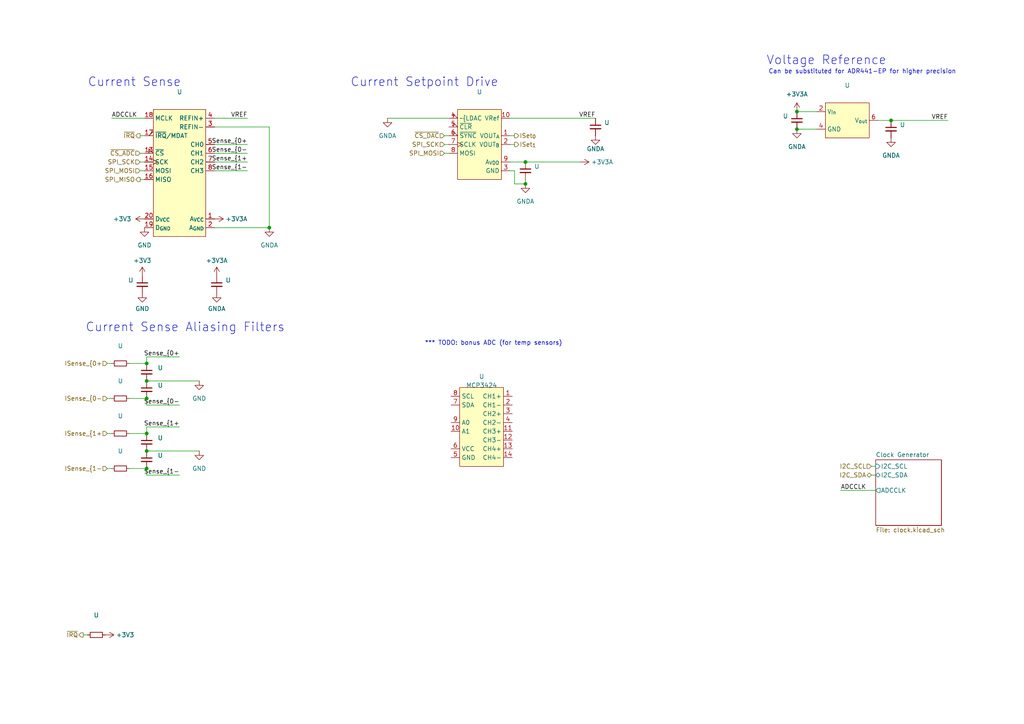
<source format=kicad_sch>
(kicad_sch (version 20220404) (generator eeschema)
  (paper "A4")
  (title_block (title "300W Analog Load Board") (rev "1"))
  (lib_symbols
    (symbol "Device:C_Small" (pin_numbers hide) (pin_names (offset 0.254) hide)
      (property "Reference" "C" (at 0.254 1.778 0))
      (property "Value" "C_Small" (at 0.254 -2.032 0))
      (symbol "C_Small_0_1"
        (polyline (pts (xy -1.524 -0.508) (xy 1.524 -0.508)) (stroke (width 0.3302)))
        (polyline (pts (xy -1.524 0.508) (xy 1.524 0.508)) (stroke (width 0.3048)))
      )
      (symbol "C_Small_1_1"
        (pin passive line (at 0 2.54 270) (length 2.032) (name "~") (number "1"))
        (pin passive line (at 0 -2.54 90) (length 2.032) (name "~") (number "2"))
      )
    )
    (symbol "Device:R_Small" (pin_numbers hide) (pin_names (offset 0.254) hide)
      (property "Reference" "R" (at 0.762 0.508 0))
      (property "Value" "R_Small" (at 0.762 -1.016 0))
      (symbol "R_Small_0_1"
        (rectangle (start -0.762 1.778) (end 0.762 -1.778) (stroke (width 0.2032)))
      )
      (symbol "R_Small_1_1"
        (pin passive line (at 0 2.54 270) (length 0.762) (name "~") (number "1"))
        (pin passive line (at 0 -2.54 90) (length 0.762) (name "~") (number "2"))
      )
    )
    (symbol "power:+3V3" (power) (pin_names (offset 0))
      (property "Value" "+3V3" (at 0 3.556 0))
      (symbol "+3V3_0_1"
        (polyline (pts (xy -0.762 1.27) (xy 0 2.54)))
        (polyline (pts (xy 0 0) (xy 0 2.54)))
        (polyline (pts (xy 0 2.54) (xy 0.762 1.27)))
      )
      (symbol "+3V3_1_1"
        (pin power_in line (at 0 0 90) (length 0) hide (name "+3V3") (number "1"))
      )
    )
    (symbol "power:GND" (power) (pin_names (offset 0))
      (property "Value" "GND" (at 0 -3.81 0))
      (symbol "GND_0_1"
        (polyline (pts (xy 0 0) (xy 0 -1.27) (xy 1.27 -1.27) (xy 0 -2.54) (xy -1.27 -1.27) (xy 0 -1.27)))
      )
      (symbol "GND_1_1"
        (pin power_in line (at 0 0 270) (length 0) hide (name "GND") (number "1"))
      )
    )
    (symbol "power:GNDA" (power) (pin_names (offset 0))
      (property "Value" "GNDA" (at 0 -3.81 0))
      (symbol "GNDA_0_1"
        (polyline (pts (xy 0 0) (xy 0 -1.27) (xy 1.27 -1.27) (xy 0 -2.54) (xy -1.27 -1.27) (xy 0 -1.27)))
      )
      (symbol "GNDA_1_1"
        (pin power_in line (at 0 0 270) (length 0) hide (name "GNDA") (number "1"))
      )
    )
    (symbol "programmable-load:+3V3A" (power) (pin_names (offset 0))
      (property "Value" "+3V3A" (at 0 3.556 0))
      (symbol "+3V3A_0_1"
        (polyline (pts (xy -0.762 1.27) (xy 0 2.54)))
        (polyline (pts (xy 0 0) (xy 0 2.54)))
        (polyline (pts (xy 0 2.54) (xy 0.762 1.27)))
      )
      (symbol "+3V3A_1_1"
        (pin power_in line (at 0 0 90) (length 0) hide (name "+3V3A") (number "1"))
      )
    )
    (symbol "programmable-load:DAC8562"
      (property "Reference" "U" (at 0 3.81 0))
      (property "Value" "DAC8562" (at 0 1.27 0))
      (symbol "DAC8562_0_1"
        (rectangle (start -6.35 0) (end 6.35 -20.32) (fill (type background)))
      )
      (symbol "DAC8562_1_1"
        (pin output line (at 8.89 -7.62 180) (length 2.54) (name "VOUT_{A}") (number "1"))
        (pin bidirectional line (at 8.89 -2.54 180) (length 2.54) (name "VRef") (number "10"))
        (pin output line (at 8.89 -10.16 180) (length 2.54) (name "VOUT_{B}") (number "2"))
        (pin power_in line (at 8.89 -17.78 180) (length 2.54) (name "GND") (number "3"))
        (pin input input_low (at -8.89 -2.54 0) (length 2.54) (name "~{LDAC") (number "4"))
        (pin input input_low (at -8.89 -5.08 0) (length 2.54) (name "~{CLR}") (number "5"))
        (pin input input_low (at -8.89 -7.62 0) (length 2.54) (name "~{SYNC}") (number "6"))
        (pin input clock (at -8.89 -10.16 0) (length 2.54) (name "SCLK") (number "7"))
        (pin input line (at -8.89 -12.7 0) (length 2.54) (name "MOSI") (number "8"))
        (pin power_in line (at 8.89 -15.24 180) (length 2.54) (name "A_{VDD}") (number "9"))
      )
    )
    (symbol "programmable-load:MAX6166"
      (property "Reference" "U" (at 0 3.81 0))
      (property "Value" "MAX6166" (at 0 1.27 0))
      (symbol "MAX6166_0_1"
        (rectangle (start -6.35 0) (end 6.35 -10.16) (fill (type background)))
      )
      (symbol "MAX6166_1_1"
        (pin no_connect line (at 8.89 -7.62 180) (length 2.54) hide (name "") (number "1"))
        (pin power_in line (at -8.89 -2.54 0) (length 2.54) (name "V_{in}") (number "2"))
        (pin no_connect line (at 8.89 -7.62 180) (length 2.54) hide (name "") (number "3"))
        (pin power_in line (at -8.89 -7.62 0) (length 2.54) (name "GND") (number "4"))
        (pin no_connect line (at 8.89 -7.62 180) (length 2.54) hide (name "") (number "5"))
        (pin output line (at 8.89 -5.08 180) (length 2.54) (name "V_{out}") (number "6"))
        (pin no_connect line (at 8.89 -7.62 180) (length 2.54) hide (name "") (number "7"))
        (pin no_connect line (at 8.89 -7.62 180) (length 2.54) hide (name "") (number "8"))
      )
    )
    (symbol "programmable-load:MCP3424"
      (property "Reference" "U" (at 0 3.81 0))
      (property "Value" "MCP3424" (at 0 1.27 0))
      (symbol "MCP3424_0_1"
        (rectangle (start -6.35 0) (end 6.35 -22.86) (fill (type background)))
      )
      (symbol "MCP3424_1_1"
        (pin input line (at 8.89 -2.54 180) (length 2.54) (name "CH1+") (number "1"))
        (pin passive line (at -8.89 -12.7 0) (length 2.54) (name "A1") (number "10"))
        (pin input line (at 8.89 -12.7 180) (length 2.54) (name "CH3+") (number "11"))
        (pin input line (at 8.89 -15.24 180) (length 2.54) (name "CH3-") (number "12"))
        (pin input line (at 8.89 -17.78 180) (length 2.54) (name "CH4+") (number "13"))
        (pin input line (at 8.89 -20.32 180) (length 2.54) (name "CH4-") (number "14"))
        (pin input line (at 8.89 -5.08 180) (length 2.54) (name "CH1-") (number "2"))
        (pin input line (at 8.89 -7.62 180) (length 2.54) (name "CH2+") (number "3"))
        (pin input line (at 8.89 -10.16 180) (length 2.54) (name "CH2-") (number "4"))
        (pin power_in line (at -8.89 -20.32 0) (length 2.54) (name "GND") (number "5"))
        (pin power_in line (at -8.89 -17.78 0) (length 2.54) (name "VCC") (number "6"))
        (pin bidirectional line (at -8.89 -5.08 0) (length 2.54) (name "SDA") (number "7"))
        (pin input line (at -8.89 -2.54 0) (length 2.54) (name "SCL") (number "8"))
        (pin passive line (at -8.89 -10.16 0) (length 2.54) (name "A0") (number "9"))
      )
    )
    (symbol "programmable-load:MCP3562"
      (property "Reference" "U" (at 0 3.81 0))
      (property "Value" "MCP3562" (at 0 1.27 0))
      (symbol "MCP3562_0_1"
        (rectangle (start -7.62 0) (end 7.62 -36.83) (fill (type background)))
      )
      (symbol "MCP3562_1_1"
        (pin power_in line (at 10.16 -31.75 180) (length 2.54) (name "A_{VCC}") (number "1"))
        (pin no_connect line (at 10.16 -22.86 180) (length 2.54) hide (name "CH5") (number "10"))
        (pin no_connect line (at 10.16 -25.4 180) (length 2.54) hide (name "CH6") (number "11"))
        (pin no_connect line (at 10.16 -27.94 180) (length 2.54) hide (name "CH7") (number "12"))
        (pin input input_low (at -10.16 -12.7 0) (length 2.54) (name "~{CS}") (number "13"))
        (pin input clock (at -10.16 -15.24 0) (length 2.54) (name "SCK") (number "14"))
        (pin input line (at -10.16 -17.78 0) (length 2.54) (name "MOSI") (number "15"))
        (pin output line (at -10.16 -20.32 0) (length 2.54) (name "MISO") (number "16"))
        (pin input output_low (at -10.16 -7.62 0) (length 2.54) (name "~{IRQ}/MDAT") (number "17"))
        (pin input line (at -10.16 -2.54 0) (length 2.54) (name "MCLK") (number "18"))
        (pin power_in line (at -10.16 -34.29 0) (length 2.54) (name "D_{GND}") (number "19"))
        (pin power_in line (at 10.16 -34.29 180) (length 2.54) (name "A_{GND}") (number "2"))
        (pin power_in line (at -10.16 -31.75 0) (length 2.54) (name "D_{VCC}") (number "20"))
        (pin passive line (at 10.16 -5.08 180) (length 2.54) (name "REFIN-") (number "3"))
        (pin passive line (at 10.16 -2.54 180) (length 2.54) (name "REFIN+") (number "4"))
        (pin input line (at 10.16 -10.16 180) (length 2.54) (name "CH0") (number "5"))
        (pin input line (at 10.16 -12.7 180) (length 2.54) (name "CH1") (number "6"))
        (pin input line (at 10.16 -15.24 180) (length 2.54) (name "CH2") (number "7"))
        (pin input line (at 10.16 -17.78 180) (length 2.54) (name "CH3") (number "8"))
        (pin no_connect line (at 10.16 -20.32 180) (length 2.54) hide (name "CH4") (number "9"))
      )
    )
  )
  (junction (at 42.545 130.81))
  (junction (at 42.545 110.49))
  (junction (at 42.545 115.57))
  (junction (at 152.4 53.34))
  (junction (at 42.545 135.89))
  (junction (at 231.14 32.385))
  (junction (at 152.4 46.99))
  (junction (at 78.105 66.04))
  (junction (at 258.445 34.925))
  (junction (at 42.545 105.41))
  (junction (at 42.545 125.73))
  (junction (at 231.14 37.465))
  (wire (pts (xy 42.545 105.41) (xy 42.545 103.505)))
  (wire (pts (xy 37.465 115.57) (xy 42.545 115.57)))
  (wire (pts (xy 62.23 36.83) (xy 78.105 36.83)))
  (wire (pts (xy 130.175 34.29) (xy 112.395 34.29)))
  (wire (pts (xy 152.4 53.34) (xy 152.4 52.07)))
  (wire (pts (xy 258.445 34.925) (xy 274.955 34.925)))
  (wire (pts (xy 31.115 125.73) (xy 32.385 125.73)))
  (wire (pts (xy 62.23 41.91) (xy 71.755 41.91)))
  (wire (pts (xy 252.73 137.795) (xy 254 137.795)))
  (wire (pts (xy 149.225 49.53) (xy 149.225 53.34)))
  (wire (pts (xy 31.115 115.57) (xy 32.385 115.57)))
  (wire (pts (xy 149.225 53.34) (xy 152.4 53.34)))
  (wire (pts (xy 31.115 135.89) (xy 32.385 135.89)))
  (wire (pts (xy 62.23 34.29) (xy 71.755 34.29)))
  (wire (pts (xy 40.64 49.53) (xy 41.91 49.53)))
  (wire (pts (xy 231.14 32.385) (xy 236.855 32.385)))
  (wire (pts (xy 40.64 44.45) (xy 41.91 44.45)))
  (wire (pts (xy 42.545 130.81) (xy 57.785 130.81)))
  (wire (pts (xy 42.545 103.505) (xy 52.07 103.505)))
  (wire (pts (xy 147.955 46.99) (xy 152.4 46.99)))
  (wire (pts (xy 254.635 34.925) (xy 258.445 34.925)))
  (wire (pts (xy 24.13 184.15) (xy 25.4 184.15)))
  (wire (pts (xy 42.545 117.475) (xy 42.545 115.57)))
  (wire (pts (xy 147.955 49.53) (xy 149.225 49.53)))
  (wire (pts (xy 52.07 117.475) (xy 42.545 117.475)))
  (wire (pts (xy 52.07 137.795) (xy 42.545 137.795)))
  (wire (pts (xy 37.465 125.73) (xy 42.545 125.73)))
  (wire (pts (xy 231.14 37.465) (xy 236.855 37.465)))
  (wire (pts (xy 78.105 36.83) (xy 78.105 66.04)))
  (wire (pts (xy 252.73 135.255) (xy 254 135.255)))
  (wire (pts (xy 128.905 44.45) (xy 130.175 44.45)))
  (wire (pts (xy 42.545 110.49) (xy 57.785 110.49)))
  (wire (pts (xy 128.905 39.37) (xy 130.175 39.37)))
  (wire (pts (xy 62.23 44.45) (xy 71.755 44.45)))
  (wire (pts (xy 37.465 105.41) (xy 42.545 105.41)))
  (wire (pts (xy 62.23 46.99) (xy 71.755 46.99)))
  (wire (pts (xy 243.84 142.24) (xy 254 142.24)))
  (wire (pts (xy 40.64 46.99) (xy 41.91 46.99)))
  (wire (pts (xy 31.115 105.41) (xy 32.385 105.41)))
  (wire (pts (xy 147.955 34.29) (xy 172.72 34.29)))
  (wire (pts (xy 42.545 125.73) (xy 42.545 123.825)))
  (wire (pts (xy 40.64 39.37) (xy 41.91 39.37)))
  (wire (pts (xy 147.955 41.91) (xy 149.225 41.91)))
  (wire (pts (xy 152.4 46.99) (xy 168.275 46.99)))
  (wire (pts (xy 37.465 135.89) (xy 42.545 135.89)))
  (wire (pts (xy 42.545 137.795) (xy 42.545 135.89)))
  (wire (pts (xy 147.955 39.37) (xy 149.225 39.37)))
  (wire (pts (xy 42.545 123.825) (xy 52.07 123.825)))
  (wire (pts (xy 128.905 41.91) (xy 130.175 41.91)))
  (wire (pts (xy 78.105 66.04) (xy 62.23 66.04)))
  (wire (pts (xy 62.23 49.53) (xy 71.755 49.53)))
  (wire (pts (xy 40.64 52.07) (xy 41.91 52.07)))
  (wire (pts (xy 32.385 34.29) (xy 41.91 34.29)))
  (text "Current Sense" (at 25.4 25.4 0) (effects (font (size 2.54 2.54)) (justify left bottom)))
  (text "Current Sense Aliasing Filters" (at 24.765 96.52 0) (effects (font (size 2.54 2.54)) (justify left bottom)))
  (text "*** TODO: bonus ADC (for temp sensors)" (at 123.19 100.33 0) (effects (font (size 1.27 1.27)) (justify left bottom)))
  (text "Voltage Reference" (at 222.25 19.05 0) (effects (font (size 2.54 2.54)) (justify left bottom)))
  (text "Can be substituted for ADR441-EP for higher precision" (at 222.885 21.59 0) (effects (font (size 1.27 1.27)) (justify left bottom)))
  (text "Current Setpoint Drive" (at 101.6 25.4 0) (effects (font (size 2.54 2.54)) (justify left bottom)))
  (label "Sense_{0-" (at 71.755 44.45 0))
  (label "ADCCLK" (at 32.385 34.29 0))
  (label "Sense_{1+" (at 71.755 46.99 0))
  (label "Sense_{0+" (at 52.07 103.505 0))
  (label "Sense_{1+" (at 52.07 123.825 0))
  (label "Sense_{0-" (at 52.07 117.475 0))
  (label "Sense_{0+" (at 71.755 41.91 0))
  (label "VREF" (at 71.755 34.29 0))
  (label "VREF" (at 172.72 34.29 0))
  (label "ADCCLK" (at 243.84 142.24 0))
  (label "Sense_{1-" (at 52.07 137.795 0))
  (label "Sense_{1-" (at 71.755 49.53 0))
  (label "VREF" (at 274.955 34.925 0))
  (hierarchical_label "~{IRQ}" (shape output) (at 40.64 39.37 180))
  (hierarchical_label "~{CS_DAC}" (shape input) (at 128.905 39.37 180))
  (hierarchical_label "SPI_MOSI" (shape input) (at 40.64 49.53 180))
  (hierarchical_label "I2C_SDA" (shape bidirectional) (at 252.73 137.795 180))
  (hierarchical_label "ISense_{1+" (shape input) (at 31.115 125.73 180))
  (hierarchical_label "ISense_{0+" (shape input) (at 31.115 105.41 180))
  (hierarchical_label "~{IRQ}" (shape output) (at 24.13 184.15 180))
  (hierarchical_label "I2C_SCL" (shape input) (at 252.73 135.255 180))
  (hierarchical_label "SPI_MOSI" (shape input) (at 128.905 44.45 180))
  (hierarchical_label "ISense_{0-" (shape input) (at 31.115 115.57 180))
  (hierarchical_label "ISet_{1}" (shape output) (at 149.225 41.91 0))
  (hierarchical_label "SPI_SCK" (shape input) (at 40.64 46.99 180))
  (hierarchical_label "ISense_{1-" (shape input) (at 31.115 135.89 180))
  (hierarchical_label "SPI_SCK" (shape input) (at 128.905 41.91 180))
  (hierarchical_label "~{CS_ADC}" (shape input) (at 40.64 44.45 180))
  (hierarchical_label "ISet_{0}" (shape output) (at 149.225 39.37 0))
  (hierarchical_label "SPI_MISO" (shape output) (at 40.64 52.07 180))
  (symbol (lib_id "power:GNDA") (at 152.4 53.34 0) (unit 1)
    (default_instance (reference "U") (unit 1) (value "") (footprint ""))
    (property "Reference" "U" (effects hide))
  )
  (symbol (lib_id "Device:R_Small") (at 34.925 105.41 90) (unit 1)
    (default_instance (reference "U") (unit 1) (value "") (footprint ""))
    (property "Reference" "U" (at 34.925 100.33 90))
    (property "MPN" "CR0805-JW-102ELF" (effects hide))
  )
  (symbol (lib_id "power:GNDA") (at 112.395 34.29 0) (unit 1)
    (default_instance (reference "U") (unit 1) (value "") (footprint ""))
    (property "Reference" "U" (effects hide))
  )
  (symbol (lib_id "programmable-load:+3V3A") (at 62.23 63.5 270) (unit 1)
    (default_instance (reference "U") (unit 1) (value "") (footprint ""))
    (property "Reference" "U" (effects hide))
  )
  (symbol (lib_id "programmable-load:+3V3A") (at 168.275 46.99 270) (unit 1)
    (default_instance (reference "U") (unit 1) (value "") (footprint ""))
    (property "Reference" "U" (effects hide))
  )
  (symbol (lib_id "programmable-load:MCP3424") (at 139.7 112.395 0) (unit 1)
    (default_instance (reference "U") (unit 1) (value "MCP3424") (footprint "Package_SO:SOIC-14_3.9x8.7mm_P1.27mm"))
    (property "Reference" "U" (at 139.7 109.22 0))
    (property "Value" "MCP3424" (at 139.7 111.76 0))
    (property "Footprint" "Package_SO:SOIC-14_3.9x8.7mm_P1.27mm" (effects hide))
    (property "Datasheet" "https://www.mouser.com/datasheet/2/268/MCHPS02943_1-2513902.pdf" (effects hide))
  )
  (symbol (lib_id "power:GND") (at 57.785 130.81 0) (unit 1)
    (default_instance (reference "U") (unit 1) (value "") (footprint ""))
    (property "Reference" "U" (effects hide))
  )
  (symbol (lib_id "power:GND") (at 41.91 66.04 0) (unit 1)
    (default_instance (reference "U") (unit 1) (value "") (footprint ""))
    (property "Reference" "U" (effects hide))
  )
  (symbol (lib_id "power:GNDA") (at 258.445 40.005 0) (unit 1)
    (default_instance (reference "U") (unit 1) (value "") (footprint ""))
    (property "Reference" "U" (effects hide))
  )
  (symbol (lib_id "Device:R_Small") (at 34.925 115.57 90) (unit 1)
    (default_instance (reference "U") (unit 1) (value "") (footprint ""))
    (property "Reference" "U" (at 34.925 110.49 90))
    (property "MPN" "CR0805-JW-102ELF" (effects hide))
  )
  (symbol (lib_id "Device:R_Small") (at 34.925 135.89 90) (unit 1)
    (default_instance (reference "U") (unit 1) (value "") (footprint ""))
    (property "Reference" "U" (at 34.925 130.81 90))
    (property "MPN" "CR0805-JW-102ELF" (effects hide))
  )
  (symbol (lib_id "Device:C_Small") (at 172.72 36.83 0) (unit 1)
    (default_instance (reference "U") (unit 1) (value "") (footprint ""))
    (property "Reference" "U" (at 175.26 35.5662 0) (effects (justify left)))
    (property "MPN" "CL21A475KAQNNNF" (effects hide))
  )
  (symbol (lib_id "programmable-load:DAC8562") (at 139.065 31.75 0) (unit 1)
    (default_instance (reference "U") (unit 1) (value "") (footprint ""))
    (property "Reference" "U" (at 139.065 26.67 0))
    (property "Datasheet" "https://www.ti.com/lit/ds/symlink/dac8563.pdf?HQS=dis-mous-null-mousermode-dsf-pf-null-wwe&ts=1652274224792" (effects hide))
  )
  (symbol (lib_id "programmable-load:MCP3562") (at 52.07 31.75 0) (unit 1)
    (default_instance (reference "U") (unit 1) (value "") (footprint ""))
    (property "Reference" "U" (at 52.07 26.67 0))
    (property "Datasheet" "https://www.mouser.com/datasheet/2/268/MCP3561_2_4_Family_Data_Sheet_DS20006181C-2257924.pdf" (effects hide))
  )
  (symbol (lib_id "Device:C_Small") (at 42.545 113.03 0) (mirror y) (unit 1)
    (default_instance (reference "U") (unit 1) (value "") (footprint ""))
    (property "Reference" "U" (at 45.72 111.7662 0) (effects (justify right)))
  )
  (symbol (lib_id "power:GNDA") (at 172.72 39.37 0) (unit 1)
    (default_instance (reference "U") (unit 1) (value "") (footprint ""))
    (property "Reference" "U" (effects hide))
  )
  (symbol (lib_id "power:+3V3") (at 41.91 63.5 90) (unit 1)
    (default_instance (reference "U") (unit 1) (value "") (footprint ""))
    (property "Reference" "U" (effects hide))
  )
  (symbol (lib_id "power:GNDA") (at 231.14 37.465 0) (unit 1)
    (default_instance (reference "U") (unit 1) (value "") (footprint ""))
    (property "Reference" "U" (effects hide))
  )
  (symbol (lib_id "Device:C_Small") (at 62.865 82.55 0) (mirror y) (unit 1)
    (default_instance (reference "U") (unit 1) (value "") (footprint ""))
    (property "Reference" "U" (at 65.405 81.2862 0) (effects (justify right)))
  )
  (symbol (lib_id "Device:C_Small") (at 258.445 37.465 0) (unit 1)
    (default_instance (reference "U") (unit 1) (value "") (footprint ""))
    (property "Reference" "U" (at 260.985 36.2012 0) (effects (justify left)))
    (property "MPN" "CL21A475KAQNNNF" (effects hide))
  )
  (symbol (lib_id "power:GND") (at 41.275 85.09 0) (unit 1)
    (default_instance (reference "U") (unit 1) (value "") (footprint ""))
    (property "Reference" "U" (effects hide))
  )
  (symbol (lib_id "Device:C_Small") (at 231.14 34.925 0) (unit 1)
    (default_instance (reference "U") (unit 1) (value "") (footprint ""))
    (property "Reference" "U" (at 228.6 33.6612 0) (effects (justify right)))
  )
  (symbol (lib_id "power:GNDA") (at 78.105 66.04 0) (unit 1)
    (default_instance (reference "U") (unit 1) (value "") (footprint ""))
    (property "Reference" "U" (effects hide))
  )
  (symbol (lib_id "Device:R_Small") (at 27.94 184.15 90) (unit 1)
    (default_instance (reference "U") (unit 1) (value "") (footprint ""))
    (property "Reference" "U" (at 27.94 178.435 90))
    (property "MPN" "RMC1/10-103JTP" (effects hide))
  )
  (symbol (lib_id "power:GNDA") (at 62.865 85.09 0) (unit 1)
    (default_instance (reference "U") (unit 1) (value "") (footprint ""))
    (property "Reference" "U" (effects hide))
  )
  (symbol (lib_id "power:+3V3") (at 30.48 184.15 270) (unit 1)
    (default_instance (reference "U") (unit 1) (value "") (footprint ""))
    (property "Reference" "U" (effects hide))
  )
  (symbol (lib_id "Device:C_Small") (at 42.545 107.95 0) (mirror y) (unit 1)
    (default_instance (reference "U") (unit 1) (value "") (footprint ""))
    (property "Reference" "U" (at 45.72 106.6862 0) (effects (justify right)))
  )
  (symbol (lib_id "Device:C_Small") (at 152.4 49.53 0) (mirror y) (unit 1)
    (default_instance (reference "U") (unit 1) (value "") (footprint ""))
    (property "Reference" "U" (at 154.94 48.2662 0) (effects (justify right)))
  )
  (symbol (lib_id "power:GND") (at 57.785 110.49 0) (unit 1)
    (default_instance (reference "U") (unit 1) (value "") (footprint ""))
    (property "Reference" "U" (effects hide))
  )
  (symbol (lib_id "programmable-load:MAX6166") (at 245.745 29.845 0) (unit 1)
    (default_instance (reference "U") (unit 1) (value "") (footprint ""))
    (property "Reference" "U" (at 245.745 24.765 0))
    (property "Datasheet" "https://www.mouser.com/datasheet/2/256/MAX6161-MAX6168-1513056.pdf" (effects hide))
  )
  (symbol (lib_id "Device:R_Small") (at 34.925 125.73 90) (unit 1)
    (default_instance (reference "U") (unit 1) (value "") (footprint ""))
    (property "Reference" "U" (at 34.925 120.65 90))
    (property "MPN" "CR0805-JW-102ELF" (effects hide))
  )
  (symbol (lib_id "power:+3V3") (at 41.275 80.01 0) (unit 1)
    (default_instance (reference "U") (unit 1) (value "") (footprint ""))
    (property "Reference" "U" (effects hide))
  )
  (symbol (lib_id "Device:C_Small") (at 41.275 82.55 0) (unit 1)
    (default_instance (reference "U") (unit 1) (value "") (footprint ""))
    (property "Reference" "U" (at 38.735 81.2862 0) (effects (justify right)))
  )
  (symbol (lib_id "programmable-load:+3V3A") (at 231.14 32.385 0) (unit 1)
    (default_instance (reference "U") (unit 1) (value "") (footprint ""))
    (property "Reference" "U" (effects hide))
  )
  (symbol (lib_id "Device:C_Small") (at 42.545 133.35 0) (mirror y) (unit 1)
    (default_instance (reference "U") (unit 1) (value "") (footprint ""))
    (property "Reference" "U" (at 45.72 132.0862 0) (effects (justify right)))
  )
  (symbol (lib_id "Device:C_Small") (at 42.545 128.27 0) (mirror y) (unit 1)
    (default_instance (reference "U") (unit 1) (value "") (footprint ""))
    (property "Reference" "U" (at 45.72 127.0062 0) (effects (justify right)))
  )
  (symbol (lib_id "programmable-load:+3V3A") (at 62.865 80.01 0) (unit 1)
    (default_instance (reference "U") (unit 1) (value "") (footprint ""))
    (property "Reference" "U" (effects hide))
  )
  (sheet (at 254 133.35) (size 19.05 19.05) (stroke (width 0.1524))
    (property "Sheetname" "Clock Generator" (at 254 132.6384 0) (effects (justify left bottom)))
    (property "Sheetfile" "clock.kicad_sch" (at 254 152.9846 0) (effects (justify left top)))
    (pin "I2C_SDA" bidirectional (at 254 137.795 180))
    (pin "I2C_SCL" input (at 254 135.255 180))
    (pin "ADCCLK" output (at 254 142.24 180))
  )
)
</source>
